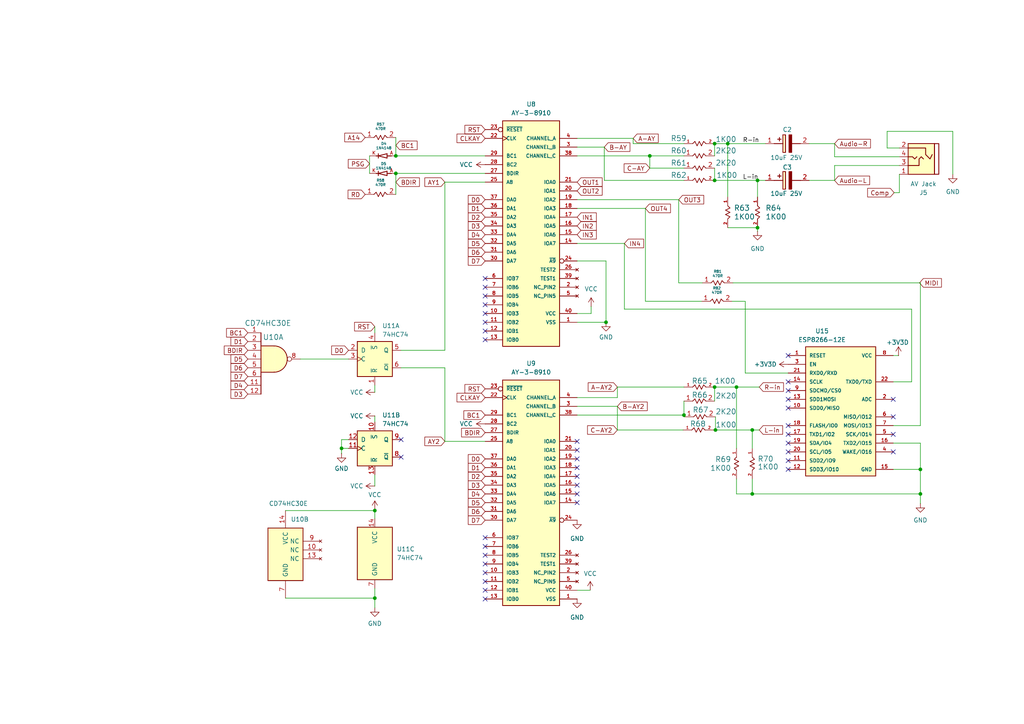
<source format=kicad_sch>
(kicad_sch (version 20250114) (generator "eeschema") (generator_version "9.0")
  (paper "A4")
  (lib_symbols
    (symbol "AY-3-8910_1" (pin_names (offset 1.016))
      (property "Reference" "U" (at -15.24 36.83 0))
      (property "Value" "GI AY-3-8910 Sound Synth" (at -11.176 36.576 0))
      (symbol "AY-3-8910_1_0_0"
        (pin input inverted (at -20.32 33.02 0) (length 5.08) (name "~{RESET}") (number "23"))
        (pin input clock (at -20.32 30.48 0) (length 5.08) (name "CLK") (number "22"))
        (pin bidirectional line (at -20.32 17.78 0) (length 5.08) (name "A8") (number "25"))
        (pin bidirectional line (at -20.32 12.7 0) (length 5.08) (name "DA0") (number "37"))
        (pin bidirectional line (at -20.32 10.16 0) (length 5.08) (name "DA1") (number "36"))
        (pin bidirectional line (at -20.32 7.62 0) (length 5.08) (name "DA2") (number "35"))
        (pin bidirectional line (at -20.32 5.08 0) (length 5.08) (name "DA3") (number "34"))
        (pin bidirectional line (at -20.32 2.54 0) (length 5.08) (name "DA4") (number "33"))
        (pin bidirectional line (at -20.32 0 0) (length 5.08) (name "DA5") (number "32"))
        (pin bidirectional line (at -20.32 -2.54 0) (length 5.08) (name "DA6") (number "31"))
        (pin bidirectional line (at -20.32 -5.08 0) (length 5.08) (name "DA7") (number "30"))
        (pin bidirectional line (at -20.32 -10.16 0) (length 5.08) (name "IOB7") (number "6"))
        (pin bidirectional line (at -20.32 -12.7 0) (length 5.08) (name "IOB6") (number "7"))
        (pin bidirectional line (at -20.32 -15.24 0) (length 5.08) (name "IOB5") (number "8"))
        (pin bidirectional line (at -20.32 -17.78 0) (length 5.08) (name "IOB4") (number "9"))
        (pin bidirectional line (at -20.32 -20.32 0) (length 5.08) (name "IOB3") (number "10"))
        (pin bidirectional line (at -20.32 -22.86 0) (length 5.08) (name "IOB2") (number "11"))
        (pin bidirectional line (at -20.32 -25.4 0) (length 5.08) (name "IOB1") (number "12"))
        (pin bidirectional line (at -20.32 -27.94 0) (length 5.08) (name "IOB0") (number "13"))
        (pin output line (at 6.35 30.48 180) (length 5.08) (name "CHANNEL_A") (number "4"))
        (pin output line (at 6.35 27.94 180) (length 5.08) (name "CHANNEL_B") (number "3"))
        (pin output line (at 6.35 25.4 180) (length 5.08) (name "CHANNEL_C") (number "38"))
        (pin bidirectional line (at 6.35 17.78 180) (length 5.08) (name "IOA0") (number "21"))
        (pin bidirectional line (at 6.35 15.24 180) (length 5.08) (name "IOA1") (number "20"))
        (pin bidirectional line (at 6.35 12.7 180) (length 5.08) (name "IOA2") (number "19"))
        (pin bidirectional line (at 6.35 10.16 180) (length 5.08) (name "IOA3") (number "18"))
        (pin bidirectional line (at 6.35 7.62 180) (length 5.08) (name "IOA4") (number "17"))
        (pin bidirectional line (at 6.35 5.08 180) (length 5.08) (name "IOA5") (number "16"))
        (pin bidirectional line (at 6.35 2.54 180) (length 5.08) (name "IOA6") (number "15"))
        (pin bidirectional line (at 6.35 0 180) (length 5.08) (name "IOA7") (number "14"))
        (pin bidirectional inverted (at 6.35 -5.08 180) (length 5.08) (name "~{A9}") (number "24"))
        (pin no_connect line (at 6.35 -15.24 180) (length 5.08) (name "TEST2") (number "26"))
        (pin no_connect line (at 6.35 -17.78 180) (length 5.08) (name "TEST1") (number "39"))
        (pin no_connect line (at 6.35 -20.32 180) (length 5.08) (name "NC_PIN2") (number "2"))
        (pin power_in line (at 6.35 -25.4 180) (length 5.08) (name "VCC") (number "40"))
        (pin power_in line (at 6.35 -27.94 180) (length 5.08) (name "VSS") (number "1"))
      )
      (symbol "AY-3-8910_1_1_0"
        (pin bidirectional line (at -20.32 25.4 0) (length 5.08) (name "BC1") (number "29"))
        (pin bidirectional line (at -20.32 22.86 0) (length 5.08) (name "BC2") (number "28"))
        (pin bidirectional line (at -20.32 20.32 0) (length 5.08) (name "BDIR") (number "27"))
        (pin no_connect line (at 6.35 -22.86 180) (length 5.08) (name "NC_PIN5") (number "5"))
      )
    )
    (symbol "CD74HC30E_1" (pin_names (offset 1.016))
      (property "Reference" "U" (at -2.54 5.08 0))
      (property "Value" "CD74HC30E" (at 0 -5.08 0))
      (symbol "CD74HC30E_1_1_1"
        (pin input line (at -7.62 7.62 0) (length 3.81) (name "~") (number "1"))
        (pin input line (at -7.62 5.08 0) (length 3.81) (name "~") (number "2"))
        (pin input line (at -7.62 2.54 0) (length 3.81) (name "~") (number "3"))
        (pin input line (at -7.62 0 0) (length 3.81) (name "~") (number "4"))
        (pin input line (at -7.62 -2.54 0) (length 3.81) (name "~") (number "5"))
        (pin input line (at -7.62 -5.08 0) (length 3.81) (name "~") (number "6"))
        (pin input line (at -7.62 -7.62 0) (length 3.81) (name "~") (number "11"))
        (pin input line (at -7.62 -10.16 0) (length 3.81) (name "~") (number "12"))
        (pin output inverted (at 7.62 0 180) (length 3.81) (name "~") (number "8"))
      )
      (symbol "CD74HC30E_1_1_2"
        (pin input inverted (at -7.62 7.62 0) (length 3.81) (name "~") (number "1"))
        (pin input inverted (at -7.62 5.08 0) (length 3.81) (name "~") (number "2"))
        (pin input inverted (at -7.62 2.54 0) (length 4.5466) (name "~") (number "3"))
        (pin input inverted (at -7.62 0 0) (length 5.08) (name "~") (number "4"))
        (pin input inverted (at -7.62 -2.54 0) (length 4.5466) (name "~") (number "5"))
        (pin input inverted (at -7.62 -5.08 0) (length 3.81) (name "~") (number "6"))
        (pin input inverted (at -7.62 -7.62 0) (length 3.81) (name "~") (number "11"))
        (pin input inverted (at -7.62 -10.16 0) (length 3.81) (name "~") (number "12"))
        (pin output line (at 7.62 0 180) (length 3.81) (name "~") (number "8"))
      )
      (symbol "CD74HC30E_1_2_0"
        (pin power_in line (at 0 12.7 270) (length 5.08) (name "VCC") (number "14"))
        (pin power_in line (at 0 -12.7 90) (length 5.08) (name "GND") (number "7"))
        (pin no_connect line (at 10.16 3.81 180) (length 5.08) (name "NC") (number "9"))
        (pin no_connect line (at 10.16 1.27 180) (length 5.08) (name "NC") (number "10"))
        (pin no_connect line (at 10.16 -1.27 180) (length 5.08) (name "NC") (number "13"))
      )
    )
    (symbol "Max128_Issue5:1N4148" (pin_names (offset 1.016))
      (property "Reference" "D" (at -1.016 0.762 0))
      (property "Value" "1N4148" (at -2.286 -2.032 0))
      (symbol "1N4148_0_0"
        (pin passive line (at -3.81 0 0) (length 2.54) (name "~") (number "A"))
        (pin passive line (at 3.81 0 180) (length 2.54) (name "~") (number "K"))
      )
    )
    (symbol "Max128_Issue5:74HC74" (pin_names (offset 1.016))
      (property "Reference" "U" (at -4.064 8.128 0))
      (property "Value" "74HC74" (at -7.62 -8.89 0))
      (symbol "74HC74_1_0"
        (pin input line (at -7.62 2.54 0) (length 2.54) (name "D") (number "2"))
        (pin input clock (at -7.62 0 0) (length 2.54) (name "C") (number "3"))
        (pin input line (at 0 7.62 270) (length 2.54) (name "~{S}") (number "4"))
        (pin input line (at 0 -7.62 90) (length 2.54) (name "~{R}") (number "1"))
        (pin output line (at 7.62 2.54 180) (length 2.54) (name "Q") (number "5"))
        (pin output line (at 7.62 -2.54 180) (length 2.54) (name "~{Q}") (number "6"))
      )
      (symbol "74HC74_2_0"
        (pin input line (at -7.62 2.54 0) (length 2.54) (name "D") (number "12"))
        (pin input clock (at -7.62 0 0) (length 2.54) (name "C") (number "11"))
        (pin input line (at 0 7.62 270) (length 2.54) (name "~{S}") (number "10"))
        (pin input line (at 0 -7.62 90) (length 2.54) (name "~{R}") (number "13"))
        (pin output line (at 7.62 2.54 180) (length 2.54) (name "Q") (number "9"))
        (pin output line (at 7.62 -2.54 180) (length 2.54) (name "~{Q}") (number "8"))
      )
      (symbol "74HC74_3_0"
        (pin power_in line (at 0 10.16 270) (length 2.54) (name "VCC") (number "14"))
        (pin power_in line (at 0 -10.16 90) (length 2.54) (name "GND") (number "7"))
      )
    )
    (symbol "Max128_Issue5:AY-3-8910" (pin_names (offset 1.016))
      (property "Reference" "IC" (at -15.24 36.83 0))
      (property "Value" "AY-3-8910" (at -11.176 36.576 0))
      (symbol "AY-3-8910_0_0"
        (pin input inverted (at -20.32 33.02 0) (length 5.08) (name "~{RESET}") (number "23"))
        (pin input clock (at -20.32 30.48 0) (length 5.08) (name "CLK") (number "22"))
        (pin bidirectional line (at -20.32 17.78 0) (length 5.08) (name "A8") (number "25"))
        (pin bidirectional line (at -20.32 12.7 0) (length 5.08) (name "DA0") (number "37"))
        (pin bidirectional line (at -20.32 10.16 0) (length 5.08) (name "DA1") (number "36"))
        (pin bidirectional line (at -20.32 7.62 0) (length 5.08) (name "DA2") (number "35"))
        (pin bidirectional line (at -20.32 5.08 0) (length 5.08) (name "DA3") (number "34"))
        (pin bidirectional line (at -20.32 2.54 0) (length 5.08) (name "DA4") (number "33"))
        (pin bidirectional line (at -20.32 0 0) (length 5.08) (name "DA5") (number "32"))
        (pin bidirectional line (at -20.32 -2.54 0) (length 5.08) (name "DA6") (number "31"))
        (pin bidirectional line (at -20.32 -5.08 0) (length 5.08) (name "DA7") (number "30"))
        (pin bidirectional line (at -20.32 -10.16 0) (length 5.08) (name "IOB7") (number "6"))
        (pin bidirectional line (at -20.32 -12.7 0) (length 5.08) (name "IOB6") (number "7"))
        (pin bidirectional line (at -20.32 -15.24 0) (length 5.08) (name "IOB5") (number "8"))
        (pin bidirectional line (at -20.32 -17.78 0) (length 5.08) (name "IOB4") (number "9"))
        (pin bidirectional line (at -20.32 -20.32 0) (length 5.08) (name "IOB3") (number "10"))
        (pin bidirectional line (at -20.32 -22.86 0) (length 5.08) (name "IOB2") (number "11"))
        (pin bidirectional line (at -20.32 -25.4 0) (length 5.08) (name "IOB1") (number "12"))
        (pin bidirectional line (at -20.32 -27.94 0) (length 5.08) (name "IOB0") (number "13"))
        (pin output line (at 6.35 30.48 180) (length 5.08) (name "CHANNEL_A") (number "4"))
        (pin output line (at 6.35 27.94 180) (length 5.08) (name "CHANNEL_B") (number "3"))
        (pin output line (at 6.35 25.4 180) (length 5.08) (name "CHANNEL_C") (number "38"))
        (pin bidirectional line (at 6.35 17.78 180) (length 5.08) (name "IOA0") (number "21"))
        (pin bidirectional line (at 6.35 15.24 180) (length 5.08) (name "IOA1") (number "20"))
        (pin bidirectional line (at 6.35 12.7 180) (length 5.08) (name "IOA2") (number "19"))
        (pin bidirectional line (at 6.35 10.16 180) (length 5.08) (name "IOA3") (number "18"))
        (pin bidirectional line (at 6.35 7.62 180) (length 5.08) (name "IOA4") (number "17"))
        (pin bidirectional line (at 6.35 5.08 180) (length 5.08) (name "IOA5") (number "16"))
        (pin bidirectional line (at 6.35 2.54 180) (length 5.08) (name "IOA6") (number "15"))
        (pin bidirectional line (at 6.35 0 180) (length 5.08) (name "IOA7") (number "14"))
        (pin bidirectional inverted (at 6.35 -5.08 180) (length 5.08) (name "~{A9}") (number "24"))
        (pin no_connect line (at 6.35 -7.62 180) (length 5.08) (name "TEST2") (number "26"))
        (pin no_connect line (at 6.35 -10.16 180) (length 5.08) (name "TEST1") (number "39"))
        (pin no_connect line (at 6.35 -12.7 180) (length 5.08) (name "NC_PIN2") (number "2"))
        (pin power_in line (at 6.35 -20.32 180) (length 5.08) (name "VCC") (number "40"))
        (pin power_in line (at 6.35 -22.86 180) (length 5.08) (name "VSS") (number "1"))
      )
      (symbol "AY-3-8910_1_0"
        (pin bidirectional line (at -20.32 25.4 0) (length 5.08) (name "BC1") (number "29"))
        (pin bidirectional line (at -20.32 22.86 0) (length 5.08) (name "BC2") (number "28"))
        (pin bidirectional line (at -20.32 20.32 0) (length 5.08) (name "BDIR") (number "27"))
        (pin no_connect line (at 6.35 -15.24 180) (length 5.08) (name "NC_PIN5") (number "5"))
      )
    )
    (symbol "Max128_Issue5:AudioJack3"
      (property "Reference" "J" (at 0 8.89 0))
      (property "Value" "AV Jack PJ-322A" (at 0 6.35 0))
      (symbol "AudioJack3_1_1"
        (pin passive line (at 5.08 3.81 180) (length 2.54) (name "~") (number "1"))
        (pin passive line (at 5.08 1.27 180) (length 2.54) (name "~") (number "3"))
        (pin passive line (at 5.08 -1.27 180) (length 2.54) (name "~") (number "4"))
        (pin passive line (at 5.08 -3.81 180) (length 2.54) (name "~") (number "2"))
      )
    )
    (symbol "Max128_Issue5:CD74HC30E" (pin_names (offset 1.016))
      (property "Reference" "U" (at -2.54 5.08 0))
      (property "Value" "CD74HC30E" (at 0 -5.08 0))
      (symbol "CD74HC30E_1_1"
        (pin input line (at -7.62 7.62 0) (length 3.81) (name "~") (number "1"))
        (pin input line (at -7.62 5.08 0) (length 3.81) (name "~") (number "2"))
        (pin input line (at -7.62 2.54 0) (length 3.81) (name "~") (number "3"))
        (pin input line (at -7.62 0 0) (length 3.81) (name "~") (number "4"))
        (pin input line (at -7.62 -2.54 0) (length 3.81) (name "~") (number "5"))
        (pin input line (at -7.62 -5.08 0) (length 3.81) (name "~") (number "6"))
        (pin input line (at -7.62 -7.62 0) (length 3.81) (name "~") (number "11"))
        (pin input line (at -7.62 -10.16 0) (length 3.81) (name "~") (number "12"))
        (pin output inverted (at 7.62 0 180) (length 3.81) (name "~") (number "8"))
      )
      (symbol "CD74HC30E_1_2"
        (pin input inverted (at -7.62 7.62 0) (length 3.81) (name "~") (number "1"))
        (pin input inverted (at -7.62 5.08 0) (length 3.81) (name "~") (number "2"))
        (pin input inverted (at -7.62 2.54 0) (length 4.5466) (name "~") (number "3"))
        (pin input inverted (at -7.62 0 0) (length 5.08) (name "~") (number "4"))
        (pin input inverted (at -7.62 -2.54 0) (length 4.5466) (name "~") (number "5"))
        (pin input inverted (at -7.62 -5.08 0) (length 3.81) (name "~") (number "6"))
        (pin input inverted (at -7.62 -7.62 0) (length 3.81) (name "~") (number "11"))
        (pin input inverted (at -7.62 -10.16 0) (length 3.81) (name "~") (number "12"))
        (pin output line (at 7.62 0 180) (length 3.81) (name "~") (number "8"))
      )
      (symbol "CD74HC30E_2_0"
        (pin power_in line (at 0 12.7 270) (length 5.08) (name "VCC") (number "14"))
        (pin power_in line (at 0 -12.7 90) (length 5.08) (name "GND") (number "7"))
      )
    )
    (symbol "Max128_Issue5:CF14JT1K00" (pin_names (offset 0.254))
      (property "Reference" "R" (at 3.048 1.27 0))
      (property "Value" "1K00" (at 6.858 1.27 0))
      (symbol "CF14JT1K00_1_1"
        (pin unspecified line (at 1.27 0 0) (length 2.54) (name "") (number "1"))
        (pin unspecified line (at 10.16 0 180) (length 2.54) (name "") (number "2"))
      )
      (symbol "CF14JT1K00_1_2"
        (pin unspecified line (at 0 12.7 270) (length 2.54) (name "") (number "1"))
        (pin unspecified line (at 0 0 90) (length 2.54) (name "") (number "2"))
      )
    )
    (symbol "Max128_Issue5:CF14JT2K20" (pin_names (offset 0.254))
      (property "Reference" "R" (at 3.048 1.27 0))
      (property "Value" "2K20" (at 6.858 1.27 0))
      (symbol "CF14JT2K20_1_1"
        (pin unspecified line (at 1.27 0 0) (length 2.54) (name "") (number "1"))
        (pin unspecified line (at 10.16 0 180) (length 2.54) (name "") (number "2"))
      )
      (symbol "CF14JT2K20_1_2"
        (pin unspecified line (at 0 12.7 270) (length 2.54) (name "") (number "1"))
        (pin unspecified line (at 0 0 90) (length 2.54) (name "") (number "2"))
      )
    )
    (symbol "Max128_Issue5:CF14JT470R" (pin_names (offset 0.254))
      (property "Reference" "R" (at 3.048 1.27 0))
      (property "Value" "470R" (at 6.858 1.27 0))
      (symbol "CF14JT470R_1_1"
        (pin unspecified line (at 1.27 0 0) (length 2.54) (name "") (number "1"))
        (pin unspecified line (at 10.16 0 180) (length 2.54) (name "") (number "2"))
      )
      (symbol "CF14JT470R_1_2"
        (pin unspecified line (at 0 12.7 270) (length 2.54) (name "") (number "1"))
        (pin unspecified line (at 0 0 90) (length 2.54) (name "") (number "2"))
      )
    )
    (symbol "Max128_Issue5:ECA-1EM100B" (pin_names (hide yes))
      (property "Reference" "C" (at 8.89 6.35 0))
      (property "Value" "ECA-1EM100B" (at 8.89 3.81 0))
      (symbol "ECA-1EM100B_1_1"
        (pin passive line (at 0 0 0) (length 2.54) (name "+") (number "1"))
        (pin passive line (at 12.7 0 180) (length 2.54) (name "-") (number "2"))
      )
    )
    (symbol "Max128_Issue5:ESP8266-12E" (pin_names (offset 1.016))
      (property "Reference" "U" (at -10.795 36.83 0))
      (property "Value" "ESP8266-12E" (at -6.731 36.576 0))
      (symbol "ESP8266-12E_0_0"
        (pin unspecified line (at -15.24 30.48 0) (length 5.08) (name "EN") (number "3"))
        (pin unspecified line (at -15.24 27.94 0) (length 5.08) (name "RXD0/RXD") (number "21"))
        (pin unspecified line (at -15.24 25.4 0) (length 5.08) (name "SCLK") (number "14"))
        (pin unspecified line (at -15.24 22.86 0) (length 5.08) (name "SDCMD/CS0") (number "9"))
        (pin unspecified line (at -15.24 20.32 0) (length 5.08) (name "SDD1MOSI") (number "13"))
        (pin unspecified line (at -15.24 17.78 0) (length 5.08) (name "SDD0/MISO") (number "10"))
        (pin unspecified line (at -15.24 12.7 0) (length 5.08) (name "FLASH/IO0") (number "18"))
        (pin unspecified line (at -15.24 10.16 0) (length 5.08) (name "TXD1/IO2") (number "17"))
        (pin unspecified line (at -15.24 7.62 0) (length 5.08) (name "SDA/IO4") (number "19"))
        (pin unspecified line (at -15.24 5.08 0) (length 5.08) (name "SCL/IO5") (number "20"))
        (pin unspecified line (at -15.24 2.54 0) (length 5.08) (name "SDD2/IO9") (number "11"))
        (pin unspecified line (at -15.24 0 0) (length 5.08) (name "SDD3/IO10") (number "12"))
        (pin unspecified line (at 15.24 33.02 180) (length 5.08) (name "VCC") (number "8"))
        (pin unspecified line (at 15.24 25.4 180) (length 5.08) (name "TXD0/TXD") (number "22"))
        (pin unspecified line (at 15.24 20.32 180) (length 5.08) (name "ADC") (number "2"))
        (pin unspecified line (at 15.24 15.24 180) (length 5.08) (name "MISO/IO12") (number "6"))
        (pin unspecified line (at 15.24 12.7 180) (length 5.08) (name "MOSI/IO13") (number "7"))
        (pin unspecified line (at 15.24 7.62 180) (length 5.08) (name "TXD2/IO15") (number "16"))
        (pin unspecified line (at 15.24 5.08 180) (length 5.08) (name "WAKE/IO16") (number "4"))
        (pin unspecified line (at 15.24 0 180) (length 5.08) (name "GND") (number "15"))
      )
      (symbol "ESP8266-12E_1_0"
        (pin unspecified line (at -15.24 33.02 0) (length 5.08) (name "RESET") (number "1"))
        (pin unspecified line (at 15.24 10.16 180) (length 5.08) (name "SCK/IO14") (number "5"))
      )
    )
    (symbol "power:+3V3" (power) (pin_numbers (hide yes)) (pin_names (offset 0) (hide yes))
      (property "Value" "+3V3" (at 0 3.556 0))
      (symbol "+3V3_1_1"
        (pin power_in line (at 0 0 90) (length 0) (name "~") (number "1"))
      )
    )
    (symbol "power:GND" (power) (pin_numbers (hide yes)) (pin_names (offset 0) (hide yes))
      (property "Value" "GND" (at 0 -3.81 0))
      (symbol "GND_1_1"
        (pin power_in line (at 0 0 270) (length 0) (name "~") (number "1"))
      )
    )
    (symbol "power:VCC" (power) (pin_numbers (hide yes)) (pin_names (offset 0) (hide yes))
      (property "Value" "VCC" (at 0 3.556 0))
      (symbol "VCC_1_1"
        (pin power_in line (at 0 0 90) (length 0) (name "~") (number "1"))
      )
    )
  )
  (junction (at 108.712 148.082))
  (junction (at 219.71 52.324))
  (junction (at 207.264 112.268))
  (junction (at 207.264 41.656))
  (junction (at 188.468 45.212))
  (junction (at 114.808 50.292))
  (junction (at 99.06 130.048))
  (junction (at 266.954 136.144))
  (junction (at 198.374 120.396))
  (junction (at 218.186 143.256))
  (junction (at 266.954 143.256))
  (junction (at 219.71 66.04))
  (junction (at 108.712 173.482))
  (junction (at 207.518 124.714))
  (junction (at 114.808 45.212))
  (junction (at 213.614 112.268))
  (junction (at 211.074 41.656))
  (junction (at 175.768 93.472))
  (junction (at 218.186 124.714))
  (junction (at 207.264 52.324))
  (no_connect (at 228.6 131.064))
  (no_connect (at 228.6 103.124))
  (no_connect (at 140.716 166.116))
  (no_connect (at 228.6 128.524))
  (no_connect (at 140.716 158.496))
  (no_connect (at 140.716 171.196))
  (no_connect (at 228.6 123.444))
  (no_connect (at 167.386 135.636))
  (no_connect (at 228.6 136.144))
  (no_connect (at 140.716 161.036))
  (no_connect (at 167.386 145.796))
  (no_connect (at 167.386 138.176))
  (no_connect (at 167.386 143.256))
  (no_connect (at 259.08 131.064))
  (no_connect (at 140.716 83.312))
  (no_connect (at 228.6 113.284))
  (no_connect (at 140.716 96.012))
  (no_connect (at 259.08 125.984))
  (no_connect (at 228.6 110.744))
  (no_connect (at 140.716 168.656))
  (no_connect (at 140.716 88.392))
  (no_connect (at 167.386 140.716))
  (no_connect (at 228.6 125.984))
  (no_connect (at 140.716 80.772))
  (no_connect (at 140.716 163.576))
  (no_connect (at 116.332 127.508))
  (no_connect (at 228.6 118.364))
  (no_connect (at 228.6 115.824))
  (no_connect (at 259.08 120.904))
  (no_connect (at 116.332 132.588))
  (no_connect (at 167.386 130.556))
  (no_connect (at 140.716 93.472))
  (no_connect (at 228.6 133.604))
  (no_connect (at 140.716 98.552))
  (no_connect (at 167.386 128.016))
  (no_connect (at 140.716 85.852))
  (no_connect (at 259.08 115.824))
  (no_connect (at 140.716 173.736))
  (no_connect (at 140.716 90.932))
  (no_connect (at 167.386 133.096))
  (no_connect (at 140.716 155.956))
  (wire (pts (xy 260.858 50.546) (xy 260.858 55.88)))
  (wire (pts (xy 213.614 143.256) (xy 218.186 143.256)))
  (wire (pts (xy 198.374 116.332) (xy 198.374 120.396)))
  (wire (pts (xy 179.07 115.316) (xy 167.386 115.316)))
  (wire (pts (xy 108.712 148.082) (xy 108.712 150.368)))
  (wire (pts (xy 242.062 41.656) (xy 242.062 45.466)))
  (wire (pts (xy 266.954 128.524) (xy 266.954 136.144)))
  (wire (pts (xy 198.628 120.904) (xy 198.374 120.904)))
  (wire (pts (xy 108.712 113.792) (xy 108.712 111.76)))
  (wire (pts (xy 129.032 52.832) (xy 129.032 101.6)))
  (wire (pts (xy 264.414 110.744) (xy 264.414 89.662)))
  (wire (pts (xy 129.032 101.6) (xy 116.332 101.6)))
  (wire (pts (xy 266.954 146.05) (xy 266.954 143.256)))
  (wire (pts (xy 198.374 48.768) (xy 188.468 48.768)))
  (wire (pts (xy 211.074 41.402) (xy 211.074 41.656)))
  (wire (pts (xy 211.074 57.15) (xy 211.074 41.656)))
  (wire (pts (xy 220.218 124.714) (xy 218.186 124.714)))
  (wire (pts (xy 242.062 45.466) (xy 260.858 45.466)))
  (wire (pts (xy 218.186 138.938) (xy 218.186 143.256)))
  (wire (pts (xy 175.26 42.672) (xy 175.26 52.324)))
  (wire (pts (xy 218.186 124.714) (xy 207.518 124.714)))
  (wire (pts (xy 259.08 110.744) (xy 264.414 110.744)))
  (wire (pts (xy 242.062 48.006) (xy 242.062 52.324)))
  (wire (pts (xy 219.71 57.15) (xy 219.71 52.324)))
  (wire (pts (xy 188.468 45.212) (xy 198.374 45.212)))
  (wire (pts (xy 140.716 50.292) (xy 114.808 50.292)))
  (wire (pts (xy 107.188 45.212) (xy 107.188 50.292)))
  (wire (pts (xy 183.642 41.656) (xy 198.374 41.656)))
  (wire (pts (xy 216.154 108.204) (xy 228.6 108.204)))
  (wire (pts (xy 203.454 87.376) (xy 187.198 87.376)))
  (wire (pts (xy 212.344 87.376) (xy 216.154 87.376)))
  (wire (pts (xy 213.614 112.268) (xy 213.614 130.048)))
  (wire (pts (xy 259.08 136.144) (xy 266.954 136.144)))
  (wire (pts (xy 167.386 90.932) (xy 171.45 90.932)))
  (wire (pts (xy 101.092 130.048) (xy 99.06 130.048)))
  (wire (pts (xy 266.954 82.042) (xy 212.598 82.042)))
  (wire (pts (xy 99.06 130.048) (xy 99.06 131.572)))
  (wire (pts (xy 188.468 48.768) (xy 188.468 45.212)))
  (wire (pts (xy 129.032 106.68) (xy 129.032 128.016)))
  (wire (pts (xy 108.712 147.828) (xy 108.712 148.082)))
  (wire (pts (xy 207.518 120.904) (xy 207.518 124.714)))
  (wire (pts (xy 167.386 42.672) (xy 175.26 42.672)))
  (wire (pts (xy 266.954 123.444) (xy 266.954 82.042)))
  (wire (pts (xy 211.074 66.04) (xy 219.71 66.04)))
  (wire (pts (xy 198.374 120.396) (xy 198.374 120.904)))
  (wire (pts (xy 87.122 104.14) (xy 101.092 104.14)))
  (wire (pts (xy 167.386 57.912) (xy 196.85 57.912)))
  (wire (pts (xy 207.264 112.268) (xy 207.264 116.332)))
  (wire (pts (xy 242.062 52.324) (xy 234.696 52.324)))
  (wire (pts (xy 179.07 117.856) (xy 179.07 124.714)))
  (wire (pts (xy 213.614 138.938) (xy 213.614 143.256)))
  (wire (pts (xy 260.858 48.006) (xy 242.062 48.006)))
  (wire (pts (xy 167.386 70.612) (xy 181.102 70.612)))
  (wire (pts (xy 187.198 87.376) (xy 187.198 60.452)))
  (wire (pts (xy 259.334 55.88) (xy 260.858 55.88)))
  (wire (pts (xy 108.712 94.742) (xy 108.712 96.52)))
  (wire (pts (xy 108.712 170.688) (xy 108.712 173.482)))
  (wire (pts (xy 259.08 123.444) (xy 266.954 123.444)))
  (wire (pts (xy 101.092 127.508) (xy 99.06 127.508)))
  (wire (pts (xy 114.808 39.878) (xy 114.808 45.212)))
  (wire (pts (xy 114.808 50.292) (xy 114.808 56.388)))
  (wire (pts (xy 167.386 117.856) (xy 179.07 117.856)))
  (wire (pts (xy 220.218 112.268) (xy 213.614 112.268)))
  (wire (pts (xy 179.07 112.268) (xy 198.374 112.268)))
  (wire (pts (xy 207.264 41.656) (xy 207.264 45.212)))
  (wire (pts (xy 167.386 120.396) (xy 198.374 120.396)))
  (wire (pts (xy 116.332 106.68) (xy 129.032 106.68)))
  (wire (pts (xy 167.386 40.132) (xy 183.642 40.132)))
  (wire (pts (xy 99.06 127.508) (xy 99.06 130.048)))
  (wire (pts (xy 218.186 143.256) (xy 266.954 143.256)))
  (wire (pts (xy 207.518 124.714) (xy 207.01 124.714)))
  (wire (pts (xy 167.386 93.472) (xy 175.768 93.472)))
  (wire (pts (xy 266.954 143.256) (xy 266.954 136.144)))
  (wire (pts (xy 276.352 38.1) (xy 257.302 38.1)))
  (wire (pts (xy 211.074 41.656) (xy 221.996 41.656)))
  (wire (pts (xy 140.716 52.832) (xy 129.032 52.832)))
  (wire (pts (xy 234.696 41.656) (xy 242.062 41.656)))
  (wire (pts (xy 82.804 173.482) (xy 108.712 173.482)))
  (wire (pts (xy 175.26 52.324) (xy 198.374 52.324)))
  (wire (pts (xy 221.996 52.324) (xy 219.71 52.324)))
  (wire (pts (xy 218.186 124.714) (xy 218.186 130.048)))
  (wire (pts (xy 82.804 148.082) (xy 108.712 148.082)))
  (wire (pts (xy 259.08 128.524) (xy 266.954 128.524)))
  (wire (pts (xy 108.712 173.482) (xy 108.712 176.276)))
  (wire (pts (xy 129.032 128.016) (xy 140.716 128.016)))
  (wire (pts (xy 108.712 120.65) (xy 108.712 122.428)))
  (wire (pts (xy 207.264 41.656) (xy 211.074 41.656)))
  (wire (pts (xy 196.85 82.042) (xy 203.708 82.042)))
  (wire (pts (xy 167.386 171.196) (xy 171.196 171.196)))
  (wire (pts (xy 196.85 82.042) (xy 196.85 57.912)))
  (wire (pts (xy 179.07 124.714) (xy 198.12 124.714)))
  (wire (pts (xy 171.45 90.932) (xy 171.45 88.9)))
  (wire (pts (xy 257.302 42.926) (xy 257.302 38.1)))
  (wire (pts (xy 264.414 89.662) (xy 181.102 89.662)))
  (wire (pts (xy 108.712 137.668) (xy 108.712 140.97)))
  (wire (pts (xy 175.768 75.692) (xy 175.768 93.472)))
  (wire (pts (xy 179.07 112.268) (xy 179.07 115.316)))
  (wire (pts (xy 276.352 50.546) (xy 276.352 38.1)))
  (wire (pts (xy 259.08 103.124) (xy 260.604 103.124)))
  (wire (pts (xy 140.716 45.212) (xy 114.808 45.212)))
  (wire (pts (xy 183.642 40.132) (xy 183.642 41.656)))
  (wire (pts (xy 216.154 87.376) (xy 216.154 108.204)))
  (wire (pts (xy 181.102 89.662) (xy 181.102 70.612)))
  (wire (pts (xy 167.386 45.212) (xy 188.468 45.212)))
  (wire (pts (xy 213.614 112.268) (xy 207.264 112.268)))
  (wire (pts (xy 257.302 42.926) (xy 260.858 42.926)))
  (wire (pts (xy 207.264 52.324) (xy 219.71 52.324)))
  (wire (pts (xy 167.386 75.692) (xy 175.768 75.692)))
  (wire (pts (xy 207.264 48.768) (xy 207.264 52.324)))
  (wire (pts (xy 219.71 67.056) (xy 219.71 66.04)))
  (wire (pts (xy 187.198 60.452) (xy 167.386 60.452)))
  (label "R-in" (at 220.218 41.656 180))
  (label "L-in" (at 219.964 52.324 180))
  (global_label "IN4" (shape input) (at 181.102 70.612 0) (property "Intersheetrefs" "${INTERSHEET_REFS}" (effects (hide yes))))
  (global_label "D1" (shape input) (at 140.716 60.452 180) (property "Intersheetrefs" "${INTERSHEET_REFS}" (effects (hide yes))))
  (global_label "D6" (shape input) (at 71.882 106.68 180) (property "Intersheetrefs" "${INTERSHEET_REFS}" (effects (hide yes))))
  (global_label "PSG" (shape input) (at 107.188 47.498 180) (property "Intersheetrefs" "${INTERSHEET_REFS}" (effects (hide yes))))
  (global_label "OUT1" (shape input) (at 167.386 52.832 0) (property "Intersheetrefs" "${INTERSHEET_REFS}" (effects (hide yes))))
  (global_label "D2" (shape input) (at 140.716 138.176 180) (property "Intersheetrefs" "${INTERSHEET_REFS}" (effects (hide yes))))
  (global_label "R-in" (shape input) (at 220.218 112.268 0) (property "Intersheetrefs" "${INTERSHEET_REFS}" (effects (hide yes))))
  (global_label "CLKAY" (shape input) (at 140.716 40.132 180) (property "Intersheetrefs" "${INTERSHEET_REFS}" (effects (hide yes))))
  (global_label "D3" (shape input) (at 140.716 65.532 180) (property "Intersheetrefs" "${INTERSHEET_REFS}" (effects (hide yes))))
  (global_label "D6" (shape input) (at 140.716 148.336 180) (property "Intersheetrefs" "${INTERSHEET_REFS}" (effects (hide yes))))
  (global_label "D5" (shape input) (at 71.882 104.14 180) (property "Intersheetrefs" "${INTERSHEET_REFS}" (effects (hide yes))))
  (global_label "D0" (shape input) (at 140.716 133.096 180) (property "Intersheetrefs" "${INTERSHEET_REFS}" (effects (hide yes))))
  (global_label "RST" (shape input) (at 140.716 37.592 180) (property "Intersheetrefs" "${INTERSHEET_REFS}" (effects (hide yes))))
  (global_label "RST" (shape input) (at 140.716 112.776 180) (property "Intersheetrefs" "${INTERSHEET_REFS}" (effects (hide yes))))
  (global_label "RD" (shape input) (at 105.918 56.388 180) (property "Intersheetrefs" "${INTERSHEET_REFS}" (effects (hide yes))))
  (global_label "D6" (shape input) (at 140.716 73.152 180) (property "Intersheetrefs" "${INTERSHEET_REFS}" (effects (hide yes))))
  (global_label "BDIR" (shape input) (at 71.882 101.6 180) (property "Intersheetrefs" "${INTERSHEET_REFS}" (effects (hide yes))))
  (global_label "D0" (shape input) (at 101.092 101.6 180) (property "Intersheetrefs" "${INTERSHEET_REFS}" (effects (hide yes))))
  (global_label "AY2" (shape input) (at 129.032 128.016 180) (property "Intersheetrefs" "${INTERSHEET_REFS}" (effects (hide yes))))
  (global_label "Comp" (shape input) (at 259.334 55.88 180) (property "Intersheetrefs" "${INTERSHEET_REFS}" (effects (hide yes))))
  (global_label "D3" (shape input) (at 140.716 140.716 180) (property "Intersheetrefs" "${INTERSHEET_REFS}" (effects (hide yes))))
  (global_label "B-AY" (shape input) (at 175.26 42.672 0) (property "Intersheetrefs" "${INTERSHEET_REFS}" (effects (hide yes))))
  (global_label "L-in" (shape input) (at 220.218 124.714 0) (property "Intersheetrefs" "${INTERSHEET_REFS}" (effects (hide yes))))
  (global_label "MIDI" (shape input) (at 266.7 82.042 0) (property "Intersheetrefs" "${INTERSHEET_REFS}" (effects (hide yes))))
  (global_label "IN3" (shape input) (at 167.386 68.072 0) (property "Intersheetrefs" "${INTERSHEET_REFS}" (effects (hide yes))))
  (global_label "D0" (shape input) (at 140.716 57.912 180) (property "Intersheetrefs" "${INTERSHEET_REFS}" (effects (hide yes))))
  (global_label "D4" (shape input) (at 71.882 111.76 180) (property "Intersheetrefs" "${INTERSHEET_REFS}" (effects (hide yes))))
  (global_label "D7" (shape input) (at 71.882 109.22 180) (property "Intersheetrefs" "${INTERSHEET_REFS}" (effects (hide yes))))
  (global_label "Audio-R" (shape input) (at 242.062 41.656 0) (property "Intersheetrefs" "${INTERSHEET_REFS}" (effects (hide yes))))
  (global_label "BC1" (shape input) (at 114.808 42.164 0) (property "Intersheetrefs" "${INTERSHEET_REFS}" (effects (hide yes))))
  (global_label "D4" (shape input) (at 140.716 143.256 180) (property "Intersheetrefs" "${INTERSHEET_REFS}" (effects (hide yes))))
  (global_label "RST" (shape input) (at 108.712 94.742 180) (property "Intersheetrefs" "${INTERSHEET_REFS}" (effects (hide yes))))
  (global_label "D2" (shape input) (at 140.716 62.992 180) (property "Intersheetrefs" "${INTERSHEET_REFS}" (effects (hide yes))))
  (global_label "D5" (shape input) (at 140.716 70.612 180) (property "Intersheetrefs" "${INTERSHEET_REFS}" (effects (hide yes))))
  (global_label "C-AY2" (shape input) (at 179.07 124.714 180) (property "Intersheetrefs" "${INTERSHEET_REFS}" (effects (hide yes))))
  (global_label "D1" (shape input) (at 140.716 135.636 180) (property "Intersheetrefs" "${INTERSHEET_REFS}" (effects (hide yes))))
  (global_label "D3" (shape input) (at 71.882 114.3 180) (property "Intersheetrefs" "${INTERSHEET_REFS}" (effects (hide yes))))
  (global_label "Audio-L" (shape input) (at 242.062 52.324 0) (property "Intersheetrefs" "${INTERSHEET_REFS}" (effects (hide yes))))
  (global_label "A-AY2" (shape input) (at 179.07 112.268 180) (property "Intersheetrefs" "${INTERSHEET_REFS}" (effects (hide yes))))
  (global_label "D1" (shape input) (at 71.882 99.06 180) (property "Intersheetrefs" "${INTERSHEET_REFS}" (effects (hide yes))))
  (global_label "OUT3" (shape input) (at 196.85 57.912 0) (property "Intersheetrefs" "${INTERSHEET_REFS}" (effects (hide yes))))
  (global_label "B-AY2" (shape input) (at 179.07 117.856 0) (property "Intersheetrefs" "${INTERSHEET_REFS}" (effects (hide yes))))
  (global_label "D5" (shape input) (at 140.716 145.796 180) (property "Intersheetrefs" "${INTERSHEET_REFS}" (effects (hide yes))))
  (global_label "A-AY" (shape input) (at 183.642 40.132 0) (property "Intersheetrefs" "${INTERSHEET_REFS}" (effects (hide yes))))
  (global_label "OUT4" (shape input) (at 187.198 60.452 0) (property "Intersheetrefs" "${INTERSHEET_REFS}" (effects (hide yes))))
  (global_label "AY1" (shape input) (at 129.032 52.832 180) (property "Intersheetrefs" "${INTERSHEET_REFS}" (effects (hide yes))))
  (global_label "D4" (shape input) (at 140.716 68.072 180) (property "Intersheetrefs" "${INTERSHEET_REFS}" (effects (hide yes))))
  (global_label "D7" (shape input) (at 140.716 150.876 180) (property "Intersheetrefs" "${INTERSHEET_REFS}" (effects (hide yes))))
  (global_label "BDIR" (shape input) (at 140.716 125.476 180) (property "Intersheetrefs" "${INTERSHEET_REFS}" (effects (hide yes))))
  (global_label "BC1" (shape input) (at 140.716 120.396 180) (property "Intersheetrefs" "${INTERSHEET_REFS}" (effects (hide yes))))
  (global_label "OUT2" (shape input) (at 167.386 55.372 0) (property "Intersheetrefs" "${INTERSHEET_REFS}" (effects (hide yes))))
  (global_label "D7" (shape input) (at 140.716 75.692 180) (property "Intersheetrefs" "${INTERSHEET_REFS}" (effects (hide yes))))
  (global_label "IN2" (shape input) (at 167.386 65.532 0) (property "Intersheetrefs" "${INTERSHEET_REFS}" (effects (hide yes))))
  (global_label "IN1" (shape input) (at 167.386 62.992 0) (property "Intersheetrefs" "${INTERSHEET_REFS}" (effects (hide yes))))
  (global_label "CLKAY" (shape input) (at 140.716 115.316 180) (property "Intersheetrefs" "${INTERSHEET_REFS}" (effects (hide yes))))
  (global_label "A14" (shape input) (at 105.918 39.878 180) (property "Intersheetrefs" "${INTERSHEET_REFS}" (effects (hide yes))))
  (global_label "BDIR" (shape input) (at 114.808 52.832 0) (property "Intersheetrefs" "${INTERSHEET_REFS}" (effects (hide yes))))
  (global_label "BC1" (shape input) (at 71.882 96.52 180) (property "Intersheetrefs" "${INTERSHEET_REFS}" (effects (hide yes))))
  (global_label "C-AY" (shape input) (at 188.468 48.768 180) (property "Intersheetrefs" "${INTERSHEET_REFS}" (effects (hide yes))))
  (symbol (lib_id "Max128_Issue5:CF14JT2K20") (at 197.104 48.768 0) (unit 1)
    (property "Reference" "R61" (at 196.85 47.244 0) (effects (font (size 1.524 1.524))))
    (property "Value" "2K20" (at 210.566 47.244 0) (effects (font (size 1.524 1.524))))
    (property "Footprint" "Mod:STA_CF14_STP" (effects (hide yes)))
    (property "Datasheet" "CF14JT2K20" (effects (hide yes)))
    (property "Description" "2K20" (effects (hide yes)))
  )
  (symbol (lib_id "power:VCC") (at 140.716 122.936 90) (unit 1)
    (property "Reference" "#PWR059" (effects (hide yes)))
    (property "Value" "VCC" (at 137.16 122.9359 90) (effects (justify left)))
    (property "Description" "Power symbol creates a global label with name \"VCC\"" (effects (hide yes)))
  )
  (symbol (lib_id "power:VCC") (at 108.712 113.792 90) (unit 1)
    (property "Reference" "#PWR060" (effects (hide yes)))
    (property "Value" "VCC" (at 105.41 113.7919 90) (effects (justify left)))
    (property "Description" "Power symbol creates a global label with name \"VCC\"" (effects (hide yes)))
  )
  (symbol (lib_name "AY-3-8910_1") (lib_id "Max128_Issue5:AY-3-8910") (at 161.036 145.796 0) (unit 1)
    (property "Reference" "U9" (at 154.051 105.41 0))
    (property "Value" "AY-3-8910" (at 154.051 107.95 0))
    (property "Footprint" "Mod:Z80_Socket" (effects (hide yes)))
    (property "Description" "AY-3-8910 Sound Synth" (effects (hide yes)))
  )
  (symbol (lib_id "Max128_Issue5:CF14JT2K20") (at 197.104 45.212 0) (unit 1)
    (property "Reference" "R60" (at 196.85 43.688 0) (effects (font (size 1.524 1.524))))
    (property "Value" "2K20" (at 210.566 43.688 0) (effects (font (size 1.524 1.524))))
    (property "Footprint" "Mod:STA_CF14_STP" (effects (hide yes)))
    (property "Datasheet" "CF14JT2K20" (effects (hide yes)))
    (property "Description" "2K20" (effects (hide yes)))
  )
  (symbol (lib_id "Max128_Issue5:1N4148") (at 110.998 50.292 0) (mirror y) (unit 1)
    (property "Reference" "D5" (at 111.252 47.498 0) (effects (font (size 0.762 0.762))))
    (property "Value" "1N4148" (at 111.252 48.768 0) (effects (font (size 0.762 0.762))))
    (property "Footprint" "Mod:DIOAD753W49L380D172B" (effects (hide yes)))
    (property "Description" "Diode 1N4148" (effects (hide yes)))
    (property "PARTREV" "5" (effects (hide yes)))
    (property "MANUFACTURER" "Onsemi" (effects (hide yes)))
    (property "MAXIMUM_PACKAGE_HEIGHT" "1.91mm" (effects (hide yes)))
    (property "STANDARD" "IPC-7351B" (effects (hide yes)))
  )
  (symbol (lib_id "Max128_Issue5:CF14JT470R") (at 202.438 82.042 0) (unit 1)
    (property "Reference" "R81" (at 208.153 78.74 0) (effects (font (size 0.762 0.762))))
    (property "Value" "470R" (at 208.153 80.01 0) (effects (font (size 0.762 0.762))))
    (property "Footprint" "Mod:STA_CF14_STP" (effects (hide yes)))
    (property "Datasheet" "CF14JT470R" (effects (hide yes)))
    (property "Description" "470R" (effects (hide yes)))
  )
  (symbol (lib_id "Max128_Issue5:CF14JT1K00") (at 213.614 128.778 90) (mirror x) (unit 1)
    (property "Reference" "R69" (at 212.09 133.2229 90) (effects (font (size 1.524 1.524)) (justify left)))
    (property "Value" "1K00" (at 212.09 135.7629 90) (effects (font (size 1.524 1.524)) (justify left)))
    (property "Footprint" "Mod:STA_CF14_STP" (effects (hide yes)))
    (property "Datasheet" "CF14JT1K00" (effects (hide yes)))
    (property "Description" "1K00" (effects (hide yes)))
  )
  (symbol (lib_id "power:+3V3") (at 228.6 105.664 90) (unit 1)
    (property "Reference" "#PWR052" (effects (hide yes)))
    (property "Value" "+3V3D" (at 221.996 105.664 90))
    (property "Description" "Power symbol creates a global label with name \"+3V3\"" (effects (hide yes)))
  )
  (symbol (lib_id "power:VCC") (at 171.196 171.196 0) (unit 1)
    (property "Reference" "#PWR058" (effects (hide yes)))
    (property "Value" "VCC" (at 171.196 166.37 0))
    (property "Description" "Power symbol creates a global label with name \"VCC\"" (effects (hide yes)))
  )
  (symbol (lib_id "Max128_Issue5:74HC74") (at 108.712 160.528 0) (unit 3)
    (property "Reference" "U11" (at 115.062 159.2579 0) (effects (justify left)))
    (property "Value" "74HC74" (at 115.062 161.7979 0) (effects (justify left)))
    (property "Footprint" "Mod:DIP794W53P254L1930H508Q14N" (effects (hide yes)))
    (property "Datasheet" "74xx/74hc_hct74.pdf" (effects (hide yes)))
    (property "Description" "Dual D Flip-flop, Set & Reset" (effects (hide yes)))
  )
  (symbol (lib_id "power:VCC") (at 108.712 140.97 90) (unit 1)
    (property "Reference" "#PWR062" (effects (hide yes)))
    (property "Value" "VCC" (at 105.41 140.9699 90) (effects (justify left)))
    (property "Description" "Power symbol creates a global label with name \"VCC\"" (effects (hide yes)))
  )
  (symbol (lib_id "Max128_Issue5:CF14JT1K00") (at 211.074 55.88 270) (unit 1)
    (property "Reference" "R63" (at 212.852 60.3249 90) (effects (font (size 1.524 1.524)) (justify left)))
    (property "Value" "1K00" (at 212.852 62.8649 90) (effects (font (size 1.524 1.524)) (justify left)))
    (property "Footprint" "Mod:STA_CF14_STP" (effects (hide yes)))
    (property "Datasheet" "CF14JT1K00" (effects (hide yes)))
    (property "Description" "1K00" (effects (hide yes)))
  )
  (symbol (lib_id "power:VCC") (at 171.45 88.9 0) (unit 1)
    (property "Reference" "#PWR054" (effects (hide yes)))
    (property "Value" "VCC" (at 171.45 83.82 0))
    (property "Description" "Power symbol creates a global label with name \"VCC\"" (effects (hide yes)))
  )
  (symbol (lib_id "power:GND") (at 266.954 146.05 0) (unit 1)
    (property "Reference" "#PWR051" (effects (hide yes)))
    (property "Value" "GND" (at 266.954 150.876 0))
    (property "Description" "Power symbol creates a global label with name \"GND\" , ground" (effects (hide yes)))
  )
  (symbol (lib_id "power:VCC") (at 140.716 47.752 90) (unit 1)
    (property "Reference" "#PWR055" (effects (hide yes)))
    (property "Value" "VCC" (at 137.16 47.7519 90) (effects (justify left)))
    (property "Description" "Power symbol creates a global label with name \"VCC\"" (effects (hide yes)))
  )
  (symbol (lib_id "Max128_Issue5:74HC74") (at 108.712 104.14 0) (unit 1)
    (property "Reference" "U11" (at 110.8553 94.488 0) (effects (justify left)))
    (property "Value" "74HC74" (at 110.8553 97.028 0) (effects (justify left)))
    (property "Footprint" "Mod:DIP794W53P254L1930H508Q14N" (effects (hide yes)))
    (property "Datasheet" "74xx/74hc_hct74.pdf" (effects (hide yes)))
    (property "Description" "Dual D Flip-flop, Set & Reset" (effects (hide yes)))
  )
  (symbol (lib_name "CD74HC30E_1") (lib_id "Max128_Issue5:CD74HC30E") (at 82.804 160.782 0) (unit 2)
    (property "Reference" "U10" (at 84.328 150.622 0) (effects (justify left)))
    (property "Value" "CD74HC30E" (at 77.978 146.05 0) (effects (justify left)))
    (property "Footprint" "Mod:DIP794W53P254L1930H508Q14N" (effects (hide yes)))
    (property "Description" "NAND, 8-Input" (effects (hide yes)))
  )
  (symbol (lib_id "Max128_Issue5:CF14JT1K00") (at 219.71 55.88 270) (unit 1)
    (property "Reference" "R64" (at 221.996 60.3249 90) (effects (font (size 1.524 1.524)) (justify left)))
    (property "Value" "1K00" (at 221.996 62.8649 90) (effects (font (size 1.524 1.524)) (justify left)))
    (property "Footprint" "Mod:STA_CF14_STP" (effects (hide yes)))
    (property "Datasheet" "CF14JT1K00" (effects (hide yes)))
    (property "Description" "1K00" (effects (hide yes)))
  )
  (symbol (lib_id "power:GND") (at 276.352 50.546 0) (unit 1)
    (property "Reference" "#PWR0119" (effects (hide yes)))
    (property "Value" "GND" (at 276.352 55.626 0))
    (property "Description" "Power symbol creates a global label with name \"GND\" , ground" (effects (hide yes)))
  )
  (symbol (lib_id "Max128_Issue5:AY-3-8910") (at 161.036 70.612 0) (unit 1)
    (property "Reference" "U8" (at 154.051 30.226 0))
    (property "Value" "AY-3-8910" (at 154.051 32.766 0))
    (property "Footprint" "Mod:Z80_Socket" (effects (hide yes)))
  )
  (symbol (lib_id "power:GND") (at 99.06 131.572 0) (unit 1)
    (property "Reference" "#PWR063" (effects (hide yes)))
    (property "Value" "GND" (at 99.06 135.89 0))
    (property "Description" "Power symbol creates a global label with name \"GND\" , ground" (effects (hide yes)))
  )
  (symbol (lib_id "Max128_Issue5:CF14JT2K20") (at 197.104 116.332 0) (unit 1)
    (property "Reference" "R66" (at 202.946 114.554 0) (effects (font (size 1.524 1.524))))
    (property "Value" "2K20" (at 210.566 114.808 0) (effects (font (size 1.524 1.524))))
    (property "Footprint" "Mod:STA_CF14_STP" (effects (hide yes)))
    (property "Datasheet" "CF14JT2K20" (effects (hide yes)))
    (property "Description" "2K20" (effects (hide yes)))
  )
  (symbol (lib_id "Max128_Issue5:1N4148") (at 110.998 45.212 0) (mirror y) (unit 1)
    (property "Reference" "D4" (at 111.3155 41.656 0) (effects (font (size 0.762 0.762))))
    (property "Value" "1N4148" (at 111.3155 42.926 0) (effects (font (size 0.762 0.762))))
    (property "Footprint" "Mod:DIOAD753W49L380D172B" (effects (hide yes)))
    (property "Description" "Diode 1N4148" (effects (hide yes)))
    (property "PARTREV" "5" (effects (hide yes)))
    (property "MANUFACTURER" "Onsemi" (effects (hide yes)))
    (property "MAXIMUM_PACKAGE_HEIGHT" "1.91mm" (effects (hide yes)))
    (property "STANDARD" "IPC-7351B" (effects (hide yes)))
  )
  (symbol (lib_id "power:GND") (at 167.386 173.736 0) (unit 1)
    (property "Reference" "#PWR057" (effects (hide yes)))
    (property "Value" "GND" (at 167.386 179.07 0))
    (property "Description" "Power symbol creates a global label with name \"GND\" , ground" (effects (hide yes)))
  )
  (symbol (lib_id "power:GND") (at 219.71 67.056 0) (unit 1)
    (property "Reference" "#PWR049" (effects (hide yes)))
    (property "Value" "GND" (at 219.71 72.136 0))
    (property "Description" "Power symbol creates a global label with name \"GND\" , ground" (effects (hide yes)))
  )
  (symbol (lib_id "Max128_Issue5:CF14JT1K00") (at 218.186 128.778 270) (unit 1)
    (property "Reference" "R70" (at 219.71 133.096 90) (effects (font (size 1.524 1.524)) (justify left)))
    (property "Value" "1K00" (at 219.71 135.382 90) (effects (font (size 1.524 1.524)) (justify left)))
    (property "Footprint" "Mod:STA_CF14_STP" (effects (hide yes)))
    (property "Datasheet" "CF14JT1K00" (effects (hide yes)))
    (property "Description" "1K00" (effects (hide yes)))
  )
  (symbol (lib_id "Max128_Issue5:AudioJack3") (at 265.938 46.736 180) (unit 1)
    (property "Reference" "J5" (at 267.843 55.88 0))
    (property "Value" "AV Jack" (at 267.843 53.34 0))
    (property "Footprint" "Mod:PJ-322A" (effects (hide yes)))
    (property "Description" "AV Jack PJ-322" (effects (hide yes)))
  )
  (symbol (lib_id "Max128_Issue5:ESP8266-12E") (at 243.84 136.144 0) (unit 1)
    (property "Reference" "U15" (at 238.4425 96.012 0))
    (property "Value" "ESP8266-12E" (at 238.4425 98.552 0))
    (property "Footprint" "Mod:WIFI_Module_ESP8266_12E" (effects (hide yes)))
    (property "Description" "ESP8266-12E Bluetooth Module" (effects (hide yes)))
  )
  (symbol (lib_id "Max128_Issue5:CF14JT1K00") (at 197.104 41.656 0) (unit 1)
    (property "Reference" "R59" (at 196.85 40.132 0) (effects (font (size 1.524 1.524))))
    (property "Value" "1K00" (at 210.566 40.386 0) (effects (font (size 1.524 1.524))))
    (property "Footprint" "Mod:STA_CF14_STP" (effects (hide yes)))
    (property "Datasheet" "CF14JT1K00" (effects (hide yes)))
    (property "Description" "1K00" (effects (hide yes)))
  )
  (symbol (lib_id "Max128_Issue5:CF14JT470R") (at 104.648 39.878 0) (unit 1)
    (property "Reference" "R57" (at 110.363 36.068 0) (effects (font (size 0.762 0.762))))
    (property "Value" "470R" (at 110.363 37.338 0) (effects (font (size 0.762 0.762))))
    (property "Footprint" "Mod:STA_CF14_STP" (effects (hide yes)))
    (property "Datasheet" "CF14JT470R" (effects (hide yes)))
    (property "Description" "470R" (effects (hide yes)))
  )
  (symbol (lib_id "power:GND") (at 175.768 93.472 0) (unit 1)
    (property "Reference" "#PWR053" (effects (hide yes)))
    (property "Value" "GND" (at 175.768 97.79 0))
    (property "Description" "Power symbol creates a global label with name \"GND\" , ground" (effects (hide yes)))
  )
  (symbol (lib_id "power:VCC") (at 108.712 147.828 0) (unit 1)
    (property "Reference" "#PWR065" (effects (hide yes)))
    (property "Value" "VCC" (at 108.712 143.51 0))
    (property "Description" "Power symbol creates a global label with name \"VCC\"" (effects (hide yes)))
  )
  (symbol (lib_id "Max128_Issue5:ECA-1EM100B") (at 221.996 41.656 0) (unit 1)
    (property "Reference" "C2" (at 228.346 37.592 0))
    (property "Value" "10uF 25V" (at 228.092 45.72 0))
    (property "Footprint" "Mod:CAPPRD200W50D500H1100" (effects (hide yes)))
    (property "Datasheet" "https://www.digikey.com/en/datasheets/panasonic-electronic-components/panasonic-electronic-components-ecaxxm-series-type-a" (effects (hide yes)))
    (property "Description" "ECA-1EM100B - 10uF Aluminum Electrolytic Capacitors Radial" (effects (hide yes)))
    (property "Height" "11" (effects (hide yes)))
    (property "Mouser Part Number" "667-ECA-1EM100B" (effects (hide yes)))
    (property "Mouser Price/Stock" "https://www.mouser.co.uk/ProductDetail/Panasonic/ECA-1EM100B?qs=rMMd5vBiahrNyc2p3snNiw%3D%3D" (effects (hide yes)))
    (property "Manufacturer_Name" "Panasonic" (effects (hide yes)))
    (property "Manufacturer_Part_Number" "ECA-1EM100B" (effects (hide yes)))
  )
  (symbol (lib_id "power:GND") (at 167.386 150.876 0) (unit 1)
    (property "Reference" "#PWR056" (effects (hide yes)))
    (property "Value" "GND" (at 167.386 156.21 0))
    (property "Description" "Power symbol creates a global label with name \"GND\" , ground" (effects (hide yes)))
  )
  (symbol (lib_id "power:+3V3") (at 260.604 103.124 0) (unit 1)
    (property "Reference" "#PWR050" (effects (hide yes)))
    (property "Value" "+3V3D" (at 257.048 99.314 0) (effects (justify left)))
    (property "Description" "Power symbol creates a global label with name \"+3V3\"" (effects (hide yes)))
  )
  (symbol (lib_id "Max128_Issue5:CF14JT470R") (at 104.648 56.388 0) (unit 1)
    (property "Reference" "R58" (at 110.363 52.324 0) (effects (font (size 0.762 0.762))))
    (property "Value" "470R" (at 110.363 53.594 0) (effects (font (size 0.762 0.762))))
    (property "Footprint" "Mod:STA_CF14_STP" (effects (hide yes)))
    (property "Datasheet" "CF14JT470R" (effects (hide yes)))
    (property "Description" "470R" (effects (hide yes)))
  )
  (symbol (lib_id "Max128_Issue5:CD74HC30E") (at 79.502 104.14 0) (unit 1)
    (property "Reference" "U10" (at 79.248 97.79 0) (effects (font (size 1.524 1.524))))
    (property "Value" "CD74HC30E" (at 77.724 93.726 0) (effects (font (size 1.524 1.524))))
    (property "Footprint" "Mod:DIP794W53P254L1930H508Q14N" (effects (hide yes)))
    (property "Description" "NAND, 8-Input" (effects (hide yes)))
  )
  (symbol (lib_id "power:GND") (at 108.712 176.276 0) (unit 1)
    (property "Reference" "#PWR064" (effects (hide yes)))
    (property "Value" "GND" (at 108.712 180.848 0))
    (property "Description" "Power symbol creates a global label with name \"GND\" , ground" (effects (hide yes)))
  )
  (symbol (lib_id "Max128_Issue5:CF14JT1K00") (at 197.104 52.324 0) (unit 1)
    (property "Reference" "R62" (at 196.85 50.8 0) (effects (font (size 1.524 1.524))))
    (property "Value" "1K00" (at 210.82 50.8 0) (effects (font (size 1.524 1.524))))
    (property "Footprint" "Mod:STA_CF14_STP" (effects (hide yes)))
    (property "Datasheet" "CF14JT1K00" (effects (hide yes)))
    (property "Description" "1K00" (effects (hide yes)))
  )
  (symbol (lib_id "Max128_Issue5:CF14JT2K20") (at 197.358 120.904 0) (unit 1)
    (property "Reference" "R67" (at 203.2 118.872 0) (effects (font (size 1.524 1.524))))
    (property "Value" "2K20" (at 210.566 119.38 0) (effects (font (size 1.524 1.524))))
    (property "Footprint" "Mod:STA_CF14_STP" (effects (hide yes)))
    (property "Datasheet" "CF14JT2K20" (effects (hide yes)))
    (property "Description" "2K20" (effects (hide yes)))
  )
  (symbol (lib_id "Max128_Issue5:74HC74") (at 108.712 130.048 0) (unit 2)
    (property "Reference" "U11" (at 110.8553 120.396 0) (effects (justify left)))
    (property "Value" "74HC74" (at 110.8553 122.936 0) (effects (justify left)))
    (property "Footprint" "Mod:DIP794W53P254L1930H508Q14N" (effects (hide yes)))
    (property "Datasheet" "74xx/74hc_hct74.pdf" (effects (hide yes)))
    (property "Description" "Dual D Flip-flop, Set & Reset" (effects (hide yes)))
  )
  (symbol (lib_id "Max128_Issue5:ECA-1EM100B") (at 221.996 52.324 0) (unit 1)
    (property "Reference" "C3" (at 228.346 48.514 0))
    (property "Value" "10uF 25V" (at 228.092 56.134 0))
    (property "Footprint" "Mod:CAPPRD200W50D500H1100" (effects (hide yes)))
    (property "Datasheet" "https://www.digikey.com/en/datasheets/panasonic-electronic-components/panasonic-electronic-components-ecaxxm-series-type-a" (effects (hide yes)))
    (property "Description" "ECA-1EM100B - 10uF Aluminum Electrolytic Capacitors Radial" (effects (hide yes)))
    (property "Height" "11" (effects (hide yes)))
    (property "Mouser Part Number" "667-ECA-1EM100B" (effects (hide yes)))
    (property "Mouser Price/Stock" "https://www.mouser.co.uk/ProductDetail/Panasonic/ECA-1EM100B?qs=rMMd5vBiahrNyc2p3snNiw%3D%3D" (effects (hide yes)))
    (property "Manufacturer_Name" "Panasonic" (effects (hide yes)))
    (property "Manufacturer_Part_Number" "ECA-1EM100B" (effects (hide yes)))
  )
  (symbol (lib_id "power:VCC") (at 108.712 120.65 90) (unit 1)
    (property "Reference" "#PWR061" (effects (hide yes)))
    (property "Value" "VCC" (at 105.41 120.6499 90) (effects (justify left)))
    (property "Description" "Power symbol creates a global label with name \"VCC\"" (effects (hide yes)))
  )
  (symbol (lib_id "Max128_Issue5:CF14JT1K00") (at 197.104 112.268 0) (unit 1)
    (property "Reference" "R65" (at 202.946 110.49 0) (effects (font (size 1.524 1.524))))
    (property "Value" "1K00" (at 210.312 110.49 0) (effects (font (size 1.524 1.524))))
    (property "Footprint" "Mod:STA_CF14_STP" (effects (hide yes)))
    (property "Datasheet" "CF14JT1K00" (effects (hide yes)))
    (property "Description" "1K00" (effects (hide yes)))
  )
  (symbol (lib_id "Max128_Issue5:CF14JT1K00") (at 196.85 124.714 0) (unit 1)
    (property "Reference" "R68" (at 202.438 122.936 0) (effects (font (size 1.524 1.524))))
    (property "Value" "1K00" (at 210.566 123.19 0) (effects (font (size 1.524 1.524))))
    (property "Footprint" "Mod:STA_CF14_STP" (effects (hide yes)))
    (property "Datasheet" "CF14JT1K00" (effects (hide yes)))
    (property "Description" "1K00" (effects (hide yes)))
  )
  (symbol (lib_id "Max128_Issue5:CF14JT470R") (at 202.184 87.376 0) (unit 1)
    (property "Reference" "R82" (at 207.899 83.566 0) (effects (font (size 0.762 0.762))))
    (property "Value" "470R" (at 207.899 84.836 0) (effects (font (size 0.762 0.762))))
    (property "Footprint" "Mod:STA_CF14_STP" (effects (hide yes)))
    (property "Datasheet" "CF14JT470R" (effects (hide yes)))
    (property "Description" "470R" (effects (hide yes)))
  )
)
</source>
